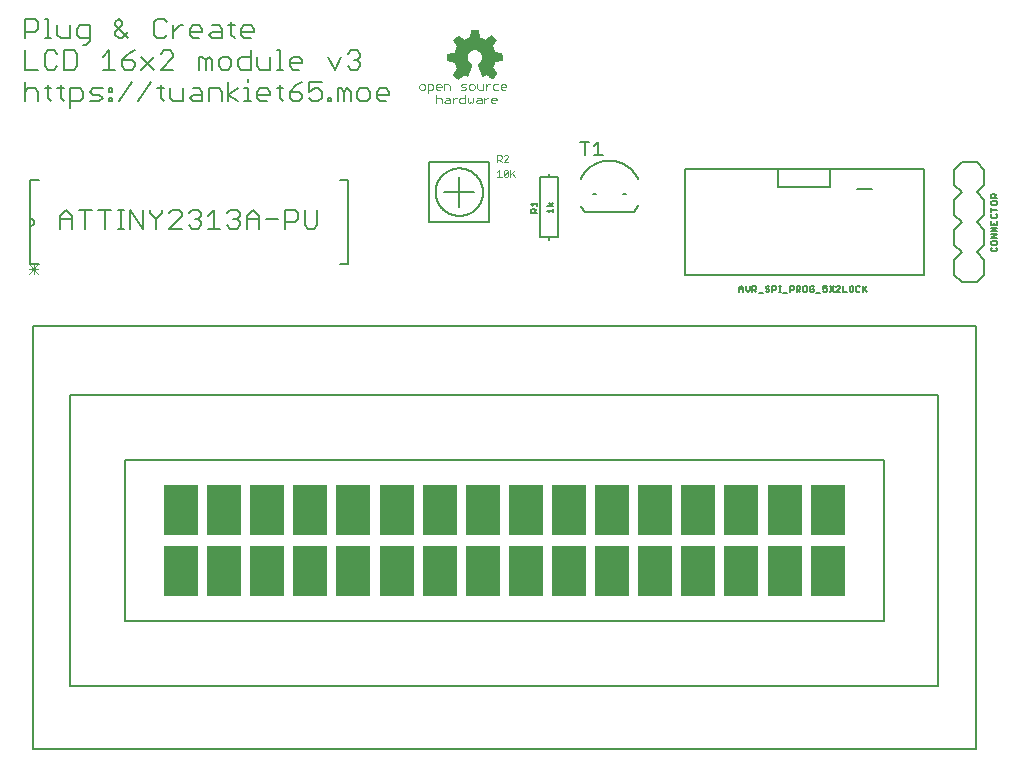
<source format=gto>
G75*
%MOIN*%
%OFA0B0*%
%FSLAX25Y25*%
%IPPOS*%
%LPD*%
%AMOC8*
5,1,8,0,0,1.08239X$1,22.5*
%
%ADD10C,0.00600*%
%ADD11C,0.00800*%
%ADD12C,0.00500*%
%ADD13C,0.00300*%
%ADD14C,0.00700*%
%ADD15C,0.00200*%
%ADD16R,0.11614X0.17126*%
D10*
X0018750Y0177750D02*
X0021550Y0177750D01*
X0018750Y0177750D02*
X0018750Y0190550D01*
X0018750Y0192950D01*
X0018750Y0205750D01*
X0021650Y0205750D01*
X0018750Y0192950D02*
X0018819Y0192948D01*
X0018887Y0192942D01*
X0018955Y0192932D01*
X0019022Y0192919D01*
X0019088Y0192901D01*
X0019153Y0192880D01*
X0019217Y0192855D01*
X0019279Y0192827D01*
X0019340Y0192795D01*
X0019399Y0192760D01*
X0019455Y0192721D01*
X0019510Y0192679D01*
X0019561Y0192634D01*
X0019611Y0192586D01*
X0019657Y0192536D01*
X0019700Y0192483D01*
X0019741Y0192427D01*
X0019778Y0192370D01*
X0019811Y0192310D01*
X0019842Y0192248D01*
X0019868Y0192185D01*
X0019891Y0192121D01*
X0019911Y0192055D01*
X0019926Y0191988D01*
X0019938Y0191921D01*
X0019946Y0191853D01*
X0019950Y0191784D01*
X0019950Y0191716D01*
X0019946Y0191647D01*
X0019938Y0191579D01*
X0019926Y0191512D01*
X0019911Y0191445D01*
X0019891Y0191379D01*
X0019868Y0191315D01*
X0019842Y0191252D01*
X0019811Y0191190D01*
X0019778Y0191130D01*
X0019741Y0191073D01*
X0019700Y0191017D01*
X0019657Y0190964D01*
X0019611Y0190914D01*
X0019561Y0190866D01*
X0019510Y0190821D01*
X0019455Y0190779D01*
X0019399Y0190740D01*
X0019340Y0190705D01*
X0019279Y0190673D01*
X0019217Y0190645D01*
X0019153Y0190620D01*
X0019088Y0190599D01*
X0019022Y0190581D01*
X0018955Y0190568D01*
X0018887Y0190558D01*
X0018819Y0190552D01*
X0018750Y0190550D01*
X0032089Y0229915D02*
X0032089Y0236320D01*
X0035292Y0236320D01*
X0036360Y0235253D01*
X0036360Y0233118D01*
X0035292Y0232050D01*
X0032089Y0232050D01*
X0029928Y0232050D02*
X0028860Y0233118D01*
X0028860Y0237388D01*
X0027792Y0236320D02*
X0029928Y0236320D01*
X0025631Y0236320D02*
X0023495Y0236320D01*
X0024563Y0237388D02*
X0024563Y0233118D01*
X0025631Y0232050D01*
X0021320Y0232050D02*
X0021320Y0235253D01*
X0020253Y0236320D01*
X0018118Y0236320D01*
X0017050Y0235253D01*
X0017050Y0238455D02*
X0017050Y0232050D01*
X0017050Y0242550D02*
X0021320Y0242550D01*
X0023495Y0243618D02*
X0024563Y0242550D01*
X0026698Y0242550D01*
X0027766Y0243618D01*
X0029941Y0242550D02*
X0033144Y0242550D01*
X0034211Y0243618D01*
X0034211Y0247888D01*
X0033144Y0248955D01*
X0029941Y0248955D01*
X0029941Y0242550D01*
X0027766Y0247888D02*
X0026698Y0248955D01*
X0024563Y0248955D01*
X0023495Y0247888D01*
X0023495Y0243618D01*
X0017050Y0242550D02*
X0017050Y0248955D01*
X0017050Y0253050D02*
X0017050Y0259455D01*
X0020253Y0259455D01*
X0021320Y0258388D01*
X0021320Y0256253D01*
X0020253Y0255185D01*
X0017050Y0255185D01*
X0023495Y0253050D02*
X0025631Y0253050D01*
X0024563Y0253050D02*
X0024563Y0259455D01*
X0023495Y0259455D01*
X0027792Y0257320D02*
X0027792Y0254118D01*
X0028860Y0253050D01*
X0032063Y0253050D01*
X0032063Y0257320D01*
X0034238Y0256253D02*
X0034238Y0254118D01*
X0035306Y0253050D01*
X0038508Y0253050D01*
X0038508Y0251982D02*
X0037441Y0250915D01*
X0036373Y0250915D01*
X0038508Y0251982D02*
X0038508Y0257320D01*
X0035306Y0257320D01*
X0034238Y0256253D01*
X0042832Y0246820D02*
X0044967Y0248955D01*
X0044967Y0242550D01*
X0042832Y0242550D02*
X0047102Y0242550D01*
X0049277Y0243618D02*
X0049277Y0245753D01*
X0052480Y0245753D01*
X0053548Y0244685D01*
X0053548Y0243618D01*
X0052480Y0242550D01*
X0050345Y0242550D01*
X0049277Y0243618D01*
X0049277Y0245753D02*
X0051413Y0247888D01*
X0053548Y0248955D01*
X0055723Y0246820D02*
X0059993Y0242550D01*
X0062168Y0242550D02*
X0066439Y0246820D01*
X0066439Y0247888D01*
X0065371Y0248955D01*
X0063236Y0248955D01*
X0062168Y0247888D01*
X0059993Y0246820D02*
X0055723Y0242550D01*
X0058919Y0238455D02*
X0054649Y0232050D01*
X0048203Y0232050D02*
X0052474Y0238455D01*
X0046048Y0236320D02*
X0046048Y0235253D01*
X0044980Y0235253D01*
X0044980Y0236320D01*
X0046048Y0236320D01*
X0042805Y0236320D02*
X0039603Y0236320D01*
X0038535Y0235253D01*
X0039603Y0234185D01*
X0041738Y0234185D01*
X0042805Y0233118D01*
X0041738Y0232050D01*
X0038535Y0232050D01*
X0044980Y0232050D02*
X0044980Y0233118D01*
X0046048Y0233118D01*
X0046048Y0232050D01*
X0044980Y0232050D01*
X0061094Y0236320D02*
X0063229Y0236320D01*
X0062162Y0237388D02*
X0062162Y0233118D01*
X0063229Y0232050D01*
X0065391Y0233118D02*
X0066459Y0232050D01*
X0069662Y0232050D01*
X0069662Y0236320D01*
X0072904Y0236320D02*
X0075039Y0236320D01*
X0076107Y0235253D01*
X0076107Y0232050D01*
X0072904Y0232050D01*
X0071837Y0233118D01*
X0072904Y0234185D01*
X0076107Y0234185D01*
X0078282Y0232050D02*
X0078282Y0236320D01*
X0081485Y0236320D01*
X0082553Y0235253D01*
X0082553Y0232050D01*
X0084728Y0232050D02*
X0084728Y0238455D01*
X0087930Y0236320D02*
X0084728Y0234185D01*
X0087930Y0232050D01*
X0090099Y0232050D02*
X0092234Y0232050D01*
X0091167Y0232050D02*
X0091167Y0236320D01*
X0090099Y0236320D01*
X0091167Y0238455D02*
X0091167Y0239523D01*
X0092221Y0242550D02*
X0089018Y0242550D01*
X0087950Y0243618D01*
X0087950Y0245753D01*
X0089018Y0246820D01*
X0092221Y0246820D01*
X0092221Y0248955D02*
X0092221Y0242550D01*
X0094396Y0243618D02*
X0094396Y0246820D01*
X0094396Y0243618D02*
X0095464Y0242550D01*
X0098666Y0242550D01*
X0098666Y0246820D01*
X0100841Y0248955D02*
X0101909Y0248955D01*
X0101909Y0242550D01*
X0100841Y0242550D02*
X0102977Y0242550D01*
X0105138Y0243618D02*
X0105138Y0245753D01*
X0106206Y0246820D01*
X0108341Y0246820D01*
X0109409Y0245753D01*
X0109409Y0244685D01*
X0105138Y0244685D01*
X0105138Y0243618D02*
X0106206Y0242550D01*
X0108341Y0242550D01*
X0109409Y0238455D02*
X0107274Y0237388D01*
X0105138Y0235253D01*
X0108341Y0235253D01*
X0109409Y0234185D01*
X0109409Y0233118D01*
X0108341Y0232050D01*
X0106206Y0232050D01*
X0105138Y0233118D01*
X0105138Y0235253D01*
X0102977Y0236320D02*
X0100841Y0236320D01*
X0101909Y0237388D02*
X0101909Y0233118D01*
X0102977Y0232050D01*
X0098666Y0234185D02*
X0094396Y0234185D01*
X0094396Y0233118D02*
X0094396Y0235253D01*
X0095464Y0236320D01*
X0097599Y0236320D01*
X0098666Y0235253D01*
X0098666Y0234185D01*
X0097599Y0232050D02*
X0095464Y0232050D01*
X0094396Y0233118D01*
X0084708Y0242550D02*
X0082573Y0242550D01*
X0081505Y0243618D01*
X0081505Y0245753D01*
X0082573Y0246820D01*
X0084708Y0246820D01*
X0085775Y0245753D01*
X0085775Y0243618D01*
X0084708Y0242550D01*
X0079330Y0242550D02*
X0079330Y0245753D01*
X0078262Y0246820D01*
X0077195Y0245753D01*
X0077195Y0242550D01*
X0075059Y0242550D02*
X0075059Y0246820D01*
X0076127Y0246820D01*
X0077195Y0245753D01*
X0079350Y0253050D02*
X0078282Y0254118D01*
X0079350Y0255185D01*
X0082553Y0255185D01*
X0082553Y0256253D02*
X0082553Y0253050D01*
X0079350Y0253050D01*
X0076107Y0255185D02*
X0071837Y0255185D01*
X0071837Y0254118D02*
X0071837Y0256253D01*
X0072904Y0257320D01*
X0075039Y0257320D01*
X0076107Y0256253D01*
X0076107Y0255185D01*
X0075039Y0253050D02*
X0072904Y0253050D01*
X0071837Y0254118D01*
X0069668Y0257320D02*
X0068601Y0257320D01*
X0066465Y0255185D01*
X0066465Y0253050D02*
X0066465Y0257320D01*
X0064290Y0258388D02*
X0063223Y0259455D01*
X0061088Y0259455D01*
X0060020Y0258388D01*
X0060020Y0254118D01*
X0061088Y0253050D01*
X0063223Y0253050D01*
X0064290Y0254118D01*
X0062168Y0242550D02*
X0066439Y0242550D01*
X0065391Y0236320D02*
X0065391Y0233118D01*
X0051399Y0253050D02*
X0047129Y0257320D01*
X0047129Y0258388D01*
X0048197Y0259455D01*
X0049264Y0258388D01*
X0049264Y0257320D01*
X0047129Y0255185D01*
X0047129Y0254118D01*
X0048197Y0253050D01*
X0049264Y0253050D01*
X0051399Y0255185D01*
X0079350Y0257320D02*
X0081485Y0257320D01*
X0082553Y0256253D01*
X0084728Y0257320D02*
X0086863Y0257320D01*
X0085795Y0258388D02*
X0085795Y0254118D01*
X0086863Y0253050D01*
X0089025Y0254118D02*
X0089025Y0256253D01*
X0090092Y0257320D01*
X0092227Y0257320D01*
X0093295Y0256253D01*
X0093295Y0255185D01*
X0089025Y0255185D01*
X0089025Y0254118D02*
X0090092Y0253050D01*
X0092227Y0253050D01*
X0111584Y0238455D02*
X0111584Y0235253D01*
X0113719Y0236320D01*
X0114787Y0236320D01*
X0115854Y0235253D01*
X0115854Y0233118D01*
X0114787Y0232050D01*
X0112652Y0232050D01*
X0111584Y0233118D01*
X0118029Y0233118D02*
X0119097Y0233118D01*
X0119097Y0232050D01*
X0118029Y0232050D01*
X0118029Y0233118D01*
X0121252Y0232050D02*
X0121252Y0236320D01*
X0122320Y0236320D01*
X0123387Y0235253D01*
X0124455Y0236320D01*
X0125523Y0235253D01*
X0125523Y0232050D01*
X0123387Y0232050D02*
X0123387Y0235253D01*
X0127698Y0235253D02*
X0127698Y0233118D01*
X0128765Y0232050D01*
X0130900Y0232050D01*
X0131968Y0233118D01*
X0131968Y0235253D01*
X0130900Y0236320D01*
X0128765Y0236320D01*
X0127698Y0235253D01*
X0134143Y0235253D02*
X0134143Y0233118D01*
X0135211Y0232050D01*
X0137346Y0232050D01*
X0138414Y0234185D02*
X0134143Y0234185D01*
X0134143Y0235253D02*
X0135211Y0236320D01*
X0137346Y0236320D01*
X0138414Y0235253D01*
X0138414Y0234185D01*
X0128745Y0243618D02*
X0127678Y0242550D01*
X0125543Y0242550D01*
X0124475Y0243618D01*
X0126610Y0245753D02*
X0127678Y0245753D01*
X0128745Y0244685D01*
X0128745Y0243618D01*
X0127678Y0245753D02*
X0128745Y0246820D01*
X0128745Y0247888D01*
X0127678Y0248955D01*
X0125543Y0248955D01*
X0124475Y0247888D01*
X0122300Y0246820D02*
X0120165Y0242550D01*
X0118029Y0246820D01*
X0115854Y0238455D02*
X0111584Y0238455D01*
X0121850Y0205750D02*
X0124750Y0205750D01*
X0124750Y0177750D01*
X0121850Y0177750D01*
D11*
X0019663Y0157222D02*
X0019663Y0016278D01*
X0333837Y0016278D01*
X0333837Y0157222D01*
X0019663Y0157222D01*
X0032065Y0133994D02*
X0032065Y0037144D01*
X0321435Y0037144D01*
X0321435Y0133994D01*
X0032065Y0133994D01*
X0050175Y0112341D02*
X0050175Y0058797D01*
X0303325Y0058797D01*
X0303325Y0112341D01*
X0050175Y0112341D01*
X0188750Y0186750D02*
X0191750Y0186750D01*
X0191750Y0185750D01*
X0191750Y0186750D02*
X0194750Y0186750D01*
X0194750Y0206750D01*
X0191750Y0206750D01*
X0191750Y0207750D01*
X0191750Y0206750D02*
X0188750Y0206750D01*
X0188750Y0186750D01*
X0236986Y0174033D02*
X0236986Y0209467D01*
X0268089Y0209467D01*
X0268089Y0203561D01*
X0285411Y0203561D01*
X0285411Y0209467D01*
X0316514Y0209467D01*
X0316514Y0174427D01*
X0316514Y0174033D02*
X0236986Y0174033D01*
X0268089Y0209467D02*
X0285411Y0209467D01*
X0294250Y0202675D02*
X0299250Y0202675D01*
X0326750Y0204250D02*
X0329250Y0201750D01*
X0326750Y0199250D01*
X0326750Y0194250D01*
X0329250Y0191750D01*
X0326750Y0189250D01*
X0326750Y0184250D01*
X0329250Y0181750D01*
X0326750Y0179250D01*
X0326750Y0174250D01*
X0329250Y0171750D01*
X0334250Y0171750D01*
X0336750Y0174250D01*
X0336750Y0179250D01*
X0334250Y0181750D01*
X0336750Y0184250D01*
X0336750Y0189250D01*
X0334250Y0191750D01*
X0336750Y0194250D01*
X0336750Y0199250D01*
X0334250Y0201750D01*
X0336750Y0204250D01*
X0336750Y0209250D01*
X0334250Y0211750D01*
X0329250Y0211750D01*
X0326750Y0209250D01*
X0326750Y0204250D01*
D12*
X0339098Y0200630D02*
X0339415Y0200947D01*
X0340049Y0200947D01*
X0340366Y0200630D01*
X0340366Y0199679D01*
X0340366Y0200313D02*
X0341000Y0200947D01*
X0341000Y0199679D02*
X0339098Y0199679D01*
X0339098Y0200630D01*
X0339415Y0198737D02*
X0339098Y0198420D01*
X0339098Y0197786D01*
X0339415Y0197469D01*
X0340683Y0197469D01*
X0341000Y0197786D01*
X0341000Y0198420D01*
X0340683Y0198737D01*
X0339415Y0198737D01*
X0339098Y0196527D02*
X0339098Y0195259D01*
X0339098Y0195893D02*
X0341000Y0195893D01*
X0340683Y0194317D02*
X0341000Y0194000D01*
X0341000Y0193366D01*
X0340683Y0193049D01*
X0339415Y0193049D01*
X0339098Y0193366D01*
X0339098Y0194000D01*
X0339415Y0194317D01*
X0339098Y0192107D02*
X0339098Y0190840D01*
X0341000Y0190840D01*
X0341000Y0192107D01*
X0340049Y0191473D02*
X0340049Y0190840D01*
X0341000Y0189897D02*
X0339098Y0189897D01*
X0339098Y0188630D02*
X0341000Y0189897D01*
X0341000Y0188630D02*
X0339098Y0188630D01*
X0339098Y0187687D02*
X0341000Y0187687D01*
X0339098Y0186420D01*
X0341000Y0186420D01*
X0340683Y0185478D02*
X0339415Y0185478D01*
X0339098Y0185161D01*
X0339098Y0184527D01*
X0339415Y0184210D01*
X0340683Y0184210D01*
X0341000Y0184527D01*
X0341000Y0185161D01*
X0340683Y0185478D01*
X0340683Y0183268D02*
X0341000Y0182951D01*
X0341000Y0182317D01*
X0340683Y0182000D01*
X0339415Y0182000D01*
X0339098Y0182317D01*
X0339098Y0182951D01*
X0339415Y0183268D01*
X0297519Y0170402D02*
X0296251Y0169134D01*
X0296568Y0169451D02*
X0297519Y0168500D01*
X0296251Y0168500D02*
X0296251Y0170402D01*
X0295309Y0170085D02*
X0294992Y0170402D01*
X0294358Y0170402D01*
X0294041Y0170085D01*
X0294041Y0168817D01*
X0294358Y0168500D01*
X0294992Y0168500D01*
X0295309Y0168817D01*
X0293099Y0168817D02*
X0293099Y0170085D01*
X0292782Y0170402D01*
X0292148Y0170402D01*
X0291831Y0170085D01*
X0291831Y0168817D01*
X0292148Y0168500D01*
X0292782Y0168500D01*
X0293099Y0168817D01*
X0290889Y0168500D02*
X0289621Y0168500D01*
X0289621Y0170402D01*
X0288679Y0170085D02*
X0288362Y0170402D01*
X0287728Y0170402D01*
X0287412Y0170085D01*
X0286469Y0170402D02*
X0285202Y0168500D01*
X0284260Y0168817D02*
X0283943Y0168500D01*
X0283309Y0168500D01*
X0282992Y0168817D01*
X0282992Y0169451D02*
X0283626Y0169768D01*
X0283943Y0169768D01*
X0284260Y0169451D01*
X0284260Y0168817D01*
X0282992Y0169451D02*
X0282992Y0170402D01*
X0284260Y0170402D01*
X0285202Y0170402D02*
X0286469Y0168500D01*
X0287412Y0168500D02*
X0288679Y0169768D01*
X0288679Y0170085D01*
X0288679Y0168500D02*
X0287412Y0168500D01*
X0282050Y0168183D02*
X0280782Y0168183D01*
X0279840Y0168817D02*
X0279840Y0169451D01*
X0279206Y0169451D01*
X0279840Y0170085D02*
X0279523Y0170402D01*
X0278889Y0170402D01*
X0278572Y0170085D01*
X0278572Y0168817D01*
X0278889Y0168500D01*
X0279523Y0168500D01*
X0279840Y0168817D01*
X0277630Y0168817D02*
X0277630Y0170085D01*
X0277313Y0170402D01*
X0276679Y0170402D01*
X0276362Y0170085D01*
X0276362Y0168817D01*
X0276679Y0168500D01*
X0277313Y0168500D01*
X0277630Y0168817D01*
X0275420Y0168500D02*
X0274786Y0169134D01*
X0275103Y0169134D02*
X0274152Y0169134D01*
X0274152Y0168500D02*
X0274152Y0170402D01*
X0275103Y0170402D01*
X0275420Y0170085D01*
X0275420Y0169451D01*
X0275103Y0169134D01*
X0273210Y0169451D02*
X0272893Y0169134D01*
X0271942Y0169134D01*
X0271942Y0168500D02*
X0271942Y0170402D01*
X0272893Y0170402D01*
X0273210Y0170085D01*
X0273210Y0169451D01*
X0271000Y0168183D02*
X0269733Y0168183D01*
X0268893Y0168500D02*
X0268259Y0168500D01*
X0268576Y0168500D02*
X0268576Y0170402D01*
X0268259Y0170402D02*
X0268893Y0170402D01*
X0267317Y0170085D02*
X0267317Y0169451D01*
X0267000Y0169134D01*
X0266049Y0169134D01*
X0266049Y0168500D02*
X0266049Y0170402D01*
X0267000Y0170402D01*
X0267317Y0170085D01*
X0265107Y0170085D02*
X0264790Y0170402D01*
X0264156Y0170402D01*
X0263840Y0170085D01*
X0263840Y0169768D01*
X0264156Y0169451D01*
X0264790Y0169451D01*
X0265107Y0169134D01*
X0265107Y0168817D01*
X0264790Y0168500D01*
X0264156Y0168500D01*
X0263840Y0168817D01*
X0262897Y0168183D02*
X0261630Y0168183D01*
X0260687Y0168500D02*
X0260054Y0169134D01*
X0260371Y0169134D02*
X0259420Y0169134D01*
X0259420Y0168500D02*
X0259420Y0170402D01*
X0260371Y0170402D01*
X0260687Y0170085D01*
X0260687Y0169451D01*
X0260371Y0169134D01*
X0258478Y0169134D02*
X0258478Y0170402D01*
X0257210Y0170402D02*
X0257210Y0169134D01*
X0257844Y0168500D01*
X0258478Y0169134D01*
X0256268Y0169451D02*
X0255000Y0169451D01*
X0255000Y0169768D02*
X0255634Y0170402D01*
X0256268Y0169768D01*
X0256268Y0168500D01*
X0255000Y0168500D02*
X0255000Y0169768D01*
X0219998Y0195250D02*
X0203502Y0195250D01*
X0206222Y0201250D02*
X0207278Y0201250D01*
X0202248Y0197278D02*
X0202352Y0197063D01*
X0202461Y0196850D01*
X0202575Y0196640D01*
X0202694Y0196433D01*
X0202817Y0196228D01*
X0202945Y0196026D01*
X0203078Y0195827D01*
X0203215Y0195632D01*
X0203356Y0195439D01*
X0203502Y0195250D01*
X0202250Y0206222D02*
X0202362Y0206452D01*
X0202479Y0206679D01*
X0202601Y0206903D01*
X0202729Y0207124D01*
X0202863Y0207341D01*
X0203001Y0207556D01*
X0203145Y0207767D01*
X0203294Y0207974D01*
X0203448Y0208178D01*
X0203606Y0208378D01*
X0203770Y0208574D01*
X0203938Y0208766D01*
X0204111Y0208954D01*
X0204289Y0209138D01*
X0204470Y0209317D01*
X0204657Y0209492D01*
X0204847Y0209662D01*
X0205041Y0209827D01*
X0205240Y0209988D01*
X0205442Y0210144D01*
X0205648Y0210295D01*
X0205858Y0210441D01*
X0206071Y0210581D01*
X0206287Y0210717D01*
X0206507Y0210847D01*
X0206730Y0210972D01*
X0206955Y0211091D01*
X0207184Y0211205D01*
X0207415Y0211313D01*
X0207649Y0211416D01*
X0207885Y0211513D01*
X0208124Y0211604D01*
X0208364Y0211689D01*
X0208607Y0211769D01*
X0208852Y0211842D01*
X0209098Y0211910D01*
X0209346Y0211971D01*
X0209595Y0212026D01*
X0209845Y0212076D01*
X0210097Y0212119D01*
X0210350Y0212156D01*
X0210603Y0212187D01*
X0210857Y0212212D01*
X0211112Y0212231D01*
X0211367Y0212243D01*
X0211622Y0212249D01*
X0211878Y0212249D01*
X0212133Y0212243D01*
X0212388Y0212231D01*
X0212643Y0212212D01*
X0212897Y0212187D01*
X0213150Y0212156D01*
X0213403Y0212119D01*
X0213655Y0212076D01*
X0213905Y0212026D01*
X0214154Y0211971D01*
X0214402Y0211910D01*
X0214648Y0211842D01*
X0214893Y0211769D01*
X0215136Y0211689D01*
X0215376Y0211604D01*
X0215615Y0211513D01*
X0215851Y0211416D01*
X0216085Y0211313D01*
X0216316Y0211205D01*
X0216545Y0211091D01*
X0216770Y0210972D01*
X0216993Y0210847D01*
X0217213Y0210717D01*
X0217429Y0210581D01*
X0217642Y0210441D01*
X0217852Y0210295D01*
X0218058Y0210144D01*
X0218260Y0209988D01*
X0218459Y0209827D01*
X0218653Y0209662D01*
X0218843Y0209492D01*
X0219030Y0209317D01*
X0219211Y0209138D01*
X0219389Y0208954D01*
X0219562Y0208766D01*
X0219730Y0208574D01*
X0219894Y0208378D01*
X0220052Y0208178D01*
X0220206Y0207974D01*
X0220355Y0207767D01*
X0220499Y0207556D01*
X0220637Y0207341D01*
X0220771Y0207124D01*
X0220899Y0206903D01*
X0221021Y0206679D01*
X0221138Y0206452D01*
X0221250Y0206222D01*
X0217278Y0201250D02*
X0216222Y0201250D01*
X0221296Y0197372D02*
X0221189Y0197147D01*
X0221077Y0196924D01*
X0220960Y0196704D01*
X0220838Y0196487D01*
X0220710Y0196272D01*
X0220577Y0196061D01*
X0220440Y0195853D01*
X0220297Y0195649D01*
X0220150Y0195447D01*
X0219998Y0195250D01*
X0209606Y0214000D02*
X0206604Y0214000D01*
X0208105Y0214000D02*
X0208105Y0218504D01*
X0206604Y0217003D01*
X0205003Y0218504D02*
X0202000Y0218504D01*
X0203501Y0218504D02*
X0203501Y0214000D01*
X0192900Y0198135D02*
X0192266Y0197184D01*
X0191632Y0198135D01*
X0190998Y0197184D02*
X0192900Y0197184D01*
X0192900Y0196242D02*
X0192900Y0194974D01*
X0192900Y0195608D02*
X0190998Y0195608D01*
X0191632Y0194974D01*
X0187500Y0194790D02*
X0185598Y0194790D01*
X0185598Y0195741D01*
X0185915Y0196058D01*
X0186549Y0196058D01*
X0186866Y0195741D01*
X0186866Y0194790D01*
X0186866Y0195424D02*
X0187500Y0196058D01*
X0187500Y0197000D02*
X0187500Y0198268D01*
X0187500Y0197634D02*
X0185598Y0197634D01*
X0186232Y0197000D01*
X0171750Y0191750D02*
X0171750Y0211750D01*
X0151750Y0211750D01*
X0151750Y0191750D01*
X0171750Y0191750D01*
X0161750Y0196750D02*
X0161750Y0201750D01*
X0153844Y0201750D02*
X0153846Y0201944D01*
X0153854Y0202138D01*
X0153865Y0202332D01*
X0153882Y0202525D01*
X0153903Y0202718D01*
X0153930Y0202910D01*
X0153960Y0203102D01*
X0153996Y0203292D01*
X0154036Y0203482D01*
X0154081Y0203671D01*
X0154130Y0203859D01*
X0154184Y0204045D01*
X0154243Y0204230D01*
X0154306Y0204413D01*
X0154374Y0204595D01*
X0154446Y0204775D01*
X0154522Y0204954D01*
X0154603Y0205130D01*
X0154688Y0205305D01*
X0154778Y0205477D01*
X0154871Y0205647D01*
X0154969Y0205814D01*
X0155071Y0205980D01*
X0155176Y0206142D01*
X0155286Y0206302D01*
X0155400Y0206460D01*
X0155517Y0206614D01*
X0155639Y0206766D01*
X0155764Y0206914D01*
X0155892Y0207059D01*
X0156024Y0207202D01*
X0156160Y0207340D01*
X0156298Y0207476D01*
X0156441Y0207608D01*
X0156586Y0207736D01*
X0156734Y0207861D01*
X0156886Y0207983D01*
X0157040Y0208100D01*
X0157198Y0208214D01*
X0157358Y0208324D01*
X0157520Y0208429D01*
X0157686Y0208531D01*
X0157853Y0208629D01*
X0158023Y0208722D01*
X0158195Y0208812D01*
X0158370Y0208897D01*
X0158546Y0208978D01*
X0158725Y0209054D01*
X0158905Y0209126D01*
X0159087Y0209194D01*
X0159270Y0209257D01*
X0159455Y0209316D01*
X0159641Y0209370D01*
X0159829Y0209419D01*
X0160018Y0209464D01*
X0160208Y0209504D01*
X0160398Y0209540D01*
X0160590Y0209570D01*
X0160782Y0209597D01*
X0160975Y0209618D01*
X0161168Y0209635D01*
X0161362Y0209646D01*
X0161556Y0209654D01*
X0161750Y0209656D01*
X0161944Y0209654D01*
X0162138Y0209646D01*
X0162332Y0209635D01*
X0162525Y0209618D01*
X0162718Y0209597D01*
X0162910Y0209570D01*
X0163102Y0209540D01*
X0163292Y0209504D01*
X0163482Y0209464D01*
X0163671Y0209419D01*
X0163859Y0209370D01*
X0164045Y0209316D01*
X0164230Y0209257D01*
X0164413Y0209194D01*
X0164595Y0209126D01*
X0164775Y0209054D01*
X0164954Y0208978D01*
X0165130Y0208897D01*
X0165305Y0208812D01*
X0165477Y0208722D01*
X0165647Y0208629D01*
X0165814Y0208531D01*
X0165980Y0208429D01*
X0166142Y0208324D01*
X0166302Y0208214D01*
X0166460Y0208100D01*
X0166614Y0207983D01*
X0166766Y0207861D01*
X0166914Y0207736D01*
X0167059Y0207608D01*
X0167202Y0207476D01*
X0167340Y0207340D01*
X0167476Y0207202D01*
X0167608Y0207059D01*
X0167736Y0206914D01*
X0167861Y0206766D01*
X0167983Y0206614D01*
X0168100Y0206460D01*
X0168214Y0206302D01*
X0168324Y0206142D01*
X0168429Y0205980D01*
X0168531Y0205814D01*
X0168629Y0205647D01*
X0168722Y0205477D01*
X0168812Y0205305D01*
X0168897Y0205130D01*
X0168978Y0204954D01*
X0169054Y0204775D01*
X0169126Y0204595D01*
X0169194Y0204413D01*
X0169257Y0204230D01*
X0169316Y0204045D01*
X0169370Y0203859D01*
X0169419Y0203671D01*
X0169464Y0203482D01*
X0169504Y0203292D01*
X0169540Y0203102D01*
X0169570Y0202910D01*
X0169597Y0202718D01*
X0169618Y0202525D01*
X0169635Y0202332D01*
X0169646Y0202138D01*
X0169654Y0201944D01*
X0169656Y0201750D01*
X0169654Y0201556D01*
X0169646Y0201362D01*
X0169635Y0201168D01*
X0169618Y0200975D01*
X0169597Y0200782D01*
X0169570Y0200590D01*
X0169540Y0200398D01*
X0169504Y0200208D01*
X0169464Y0200018D01*
X0169419Y0199829D01*
X0169370Y0199641D01*
X0169316Y0199455D01*
X0169257Y0199270D01*
X0169194Y0199087D01*
X0169126Y0198905D01*
X0169054Y0198725D01*
X0168978Y0198546D01*
X0168897Y0198370D01*
X0168812Y0198195D01*
X0168722Y0198023D01*
X0168629Y0197853D01*
X0168531Y0197686D01*
X0168429Y0197520D01*
X0168324Y0197358D01*
X0168214Y0197198D01*
X0168100Y0197040D01*
X0167983Y0196886D01*
X0167861Y0196734D01*
X0167736Y0196586D01*
X0167608Y0196441D01*
X0167476Y0196298D01*
X0167340Y0196160D01*
X0167202Y0196024D01*
X0167059Y0195892D01*
X0166914Y0195764D01*
X0166766Y0195639D01*
X0166614Y0195517D01*
X0166460Y0195400D01*
X0166302Y0195286D01*
X0166142Y0195176D01*
X0165980Y0195071D01*
X0165814Y0194969D01*
X0165647Y0194871D01*
X0165477Y0194778D01*
X0165305Y0194688D01*
X0165130Y0194603D01*
X0164954Y0194522D01*
X0164775Y0194446D01*
X0164595Y0194374D01*
X0164413Y0194306D01*
X0164230Y0194243D01*
X0164045Y0194184D01*
X0163859Y0194130D01*
X0163671Y0194081D01*
X0163482Y0194036D01*
X0163292Y0193996D01*
X0163102Y0193960D01*
X0162910Y0193930D01*
X0162718Y0193903D01*
X0162525Y0193882D01*
X0162332Y0193865D01*
X0162138Y0193854D01*
X0161944Y0193846D01*
X0161750Y0193844D01*
X0161556Y0193846D01*
X0161362Y0193854D01*
X0161168Y0193865D01*
X0160975Y0193882D01*
X0160782Y0193903D01*
X0160590Y0193930D01*
X0160398Y0193960D01*
X0160208Y0193996D01*
X0160018Y0194036D01*
X0159829Y0194081D01*
X0159641Y0194130D01*
X0159455Y0194184D01*
X0159270Y0194243D01*
X0159087Y0194306D01*
X0158905Y0194374D01*
X0158725Y0194446D01*
X0158546Y0194522D01*
X0158370Y0194603D01*
X0158195Y0194688D01*
X0158023Y0194778D01*
X0157853Y0194871D01*
X0157686Y0194969D01*
X0157520Y0195071D01*
X0157358Y0195176D01*
X0157198Y0195286D01*
X0157040Y0195400D01*
X0156886Y0195517D01*
X0156734Y0195639D01*
X0156586Y0195764D01*
X0156441Y0195892D01*
X0156298Y0196024D01*
X0156160Y0196160D01*
X0156024Y0196298D01*
X0155892Y0196441D01*
X0155764Y0196586D01*
X0155639Y0196734D01*
X0155517Y0196886D01*
X0155400Y0197040D01*
X0155286Y0197198D01*
X0155176Y0197358D01*
X0155071Y0197520D01*
X0154969Y0197686D01*
X0154871Y0197853D01*
X0154778Y0198023D01*
X0154688Y0198195D01*
X0154603Y0198370D01*
X0154522Y0198546D01*
X0154446Y0198725D01*
X0154374Y0198905D01*
X0154306Y0199087D01*
X0154243Y0199270D01*
X0154184Y0199455D01*
X0154130Y0199641D01*
X0154081Y0199829D01*
X0154036Y0200018D01*
X0153996Y0200208D01*
X0153960Y0200398D01*
X0153930Y0200590D01*
X0153903Y0200782D01*
X0153882Y0200975D01*
X0153865Y0201168D01*
X0153854Y0201362D01*
X0153846Y0201556D01*
X0153844Y0201750D01*
X0156750Y0201750D02*
X0161750Y0201750D01*
X0166750Y0201750D01*
X0161750Y0201750D02*
X0161750Y0206750D01*
D13*
X0021416Y0177736D02*
X0018280Y0174600D01*
X0018280Y0176168D02*
X0021416Y0176168D01*
X0021416Y0174600D02*
X0018280Y0177736D01*
X0019848Y0177736D02*
X0019848Y0174600D01*
D14*
X0028500Y0189600D02*
X0028500Y0193804D01*
X0030602Y0195905D01*
X0032704Y0193804D01*
X0032704Y0189600D01*
X0032704Y0192753D02*
X0028500Y0192753D01*
X0034945Y0195905D02*
X0039149Y0195905D01*
X0037047Y0195905D02*
X0037047Y0189600D01*
X0043493Y0189600D02*
X0043493Y0195905D01*
X0041391Y0195905D02*
X0045595Y0195905D01*
X0047836Y0195905D02*
X0049938Y0195905D01*
X0048887Y0195905D02*
X0048887Y0189600D01*
X0047836Y0189600D02*
X0049938Y0189600D01*
X0052133Y0189600D02*
X0052133Y0195905D01*
X0056337Y0189600D01*
X0056337Y0195905D01*
X0058579Y0195905D02*
X0058579Y0194854D01*
X0060681Y0192753D01*
X0060681Y0189600D01*
X0060681Y0192753D02*
X0062783Y0194854D01*
X0062783Y0195905D01*
X0065024Y0194854D02*
X0066075Y0195905D01*
X0068177Y0195905D01*
X0069228Y0194854D01*
X0069228Y0193804D01*
X0065024Y0189600D01*
X0069228Y0189600D01*
X0071470Y0190651D02*
X0072521Y0189600D01*
X0074623Y0189600D01*
X0075674Y0190651D01*
X0075674Y0191702D01*
X0074623Y0192753D01*
X0073572Y0192753D01*
X0074623Y0192753D02*
X0075674Y0193804D01*
X0075674Y0194854D01*
X0074623Y0195905D01*
X0072521Y0195905D01*
X0071470Y0194854D01*
X0077915Y0193804D02*
X0080017Y0195905D01*
X0080017Y0189600D01*
X0077915Y0189600D02*
X0082119Y0189600D01*
X0084361Y0190651D02*
X0085412Y0189600D01*
X0087514Y0189600D01*
X0088565Y0190651D01*
X0088565Y0191702D01*
X0087514Y0192753D01*
X0086463Y0192753D01*
X0087514Y0192753D02*
X0088565Y0193804D01*
X0088565Y0194854D01*
X0087514Y0195905D01*
X0085412Y0195905D01*
X0084361Y0194854D01*
X0090806Y0193804D02*
X0090806Y0189600D01*
X0090806Y0192753D02*
X0095010Y0192753D01*
X0095010Y0193804D02*
X0092908Y0195905D01*
X0090806Y0193804D01*
X0095010Y0193804D02*
X0095010Y0189600D01*
X0097252Y0192753D02*
X0101456Y0192753D01*
X0103697Y0191702D02*
X0106850Y0191702D01*
X0107901Y0192753D01*
X0107901Y0194854D01*
X0106850Y0195905D01*
X0103697Y0195905D01*
X0103697Y0189600D01*
X0110143Y0190651D02*
X0110143Y0195905D01*
X0114347Y0195905D02*
X0114347Y0190651D01*
X0113296Y0189600D01*
X0111194Y0189600D01*
X0110143Y0190651D01*
D15*
X0153949Y0231350D02*
X0153949Y0234152D01*
X0154416Y0233218D02*
X0155350Y0233218D01*
X0155817Y0232751D01*
X0155817Y0231350D01*
X0156711Y0231817D02*
X0157179Y0232284D01*
X0158580Y0232284D01*
X0158580Y0232751D02*
X0158580Y0231350D01*
X0157179Y0231350D01*
X0156711Y0231817D01*
X0157179Y0233218D02*
X0158113Y0233218D01*
X0158580Y0232751D01*
X0159474Y0232284D02*
X0160408Y0233218D01*
X0160875Y0233218D01*
X0161776Y0232751D02*
X0162243Y0233218D01*
X0163644Y0233218D01*
X0164538Y0233218D02*
X0164538Y0231817D01*
X0165005Y0231350D01*
X0165472Y0231817D01*
X0165939Y0231350D01*
X0166406Y0231817D01*
X0166406Y0233218D01*
X0167768Y0233218D02*
X0168702Y0233218D01*
X0169169Y0232751D01*
X0169169Y0231350D01*
X0167768Y0231350D01*
X0167301Y0231817D01*
X0167768Y0232284D01*
X0169169Y0232284D01*
X0170063Y0232284D02*
X0170997Y0233218D01*
X0171464Y0233218D01*
X0172365Y0232751D02*
X0172832Y0233218D01*
X0173766Y0233218D01*
X0174233Y0232751D01*
X0174233Y0232284D01*
X0172365Y0232284D01*
X0172365Y0231817D02*
X0172365Y0232751D01*
X0172365Y0231817D02*
X0172832Y0231350D01*
X0173766Y0231350D01*
X0170063Y0231350D02*
X0170063Y0233218D01*
X0169629Y0235850D02*
X0169629Y0237718D01*
X0170523Y0237718D02*
X0170523Y0235850D01*
X0169629Y0235850D02*
X0168228Y0235850D01*
X0167761Y0236317D01*
X0167761Y0237718D01*
X0166867Y0237251D02*
X0166400Y0237718D01*
X0165466Y0237718D01*
X0164999Y0237251D01*
X0164999Y0236317D01*
X0165466Y0235850D01*
X0166400Y0235850D01*
X0166867Y0236317D01*
X0166867Y0237251D01*
X0164104Y0237718D02*
X0162703Y0237718D01*
X0162236Y0237251D01*
X0162703Y0236784D01*
X0163637Y0236784D01*
X0164104Y0236317D01*
X0163637Y0235850D01*
X0162236Y0235850D01*
X0163644Y0234152D02*
X0163644Y0231350D01*
X0162243Y0231350D01*
X0161776Y0231817D01*
X0161776Y0232751D01*
X0159474Y0233218D02*
X0159474Y0231350D01*
X0158580Y0235850D02*
X0158580Y0237251D01*
X0158113Y0237718D01*
X0156711Y0237718D01*
X0156711Y0235850D01*
X0155817Y0236784D02*
X0153949Y0236784D01*
X0153949Y0236317D02*
X0153949Y0237251D01*
X0154416Y0237718D01*
X0155350Y0237718D01*
X0155817Y0237251D01*
X0155817Y0236784D01*
X0155350Y0235850D02*
X0154416Y0235850D01*
X0153949Y0236317D01*
X0153055Y0236317D02*
X0152588Y0235850D01*
X0151187Y0235850D01*
X0151187Y0234916D02*
X0151187Y0237718D01*
X0152588Y0237718D01*
X0153055Y0237251D01*
X0153055Y0236317D01*
X0150293Y0236317D02*
X0150293Y0237251D01*
X0149826Y0237718D01*
X0148891Y0237718D01*
X0148424Y0237251D01*
X0148424Y0236317D01*
X0148891Y0235850D01*
X0149826Y0235850D01*
X0150293Y0236317D01*
X0153949Y0232751D02*
X0154416Y0233218D01*
X0160596Y0240075D02*
X0161969Y0240075D01*
X0161679Y0239877D02*
X0160820Y0239877D01*
X0160850Y0239850D02*
X0161200Y0239550D01*
X0163250Y0240950D01*
X0164400Y0240350D01*
X0165800Y0244350D01*
X0165303Y0244599D01*
X0164871Y0244948D01*
X0164523Y0245382D01*
X0164276Y0245880D01*
X0164142Y0246420D01*
X0164127Y0246975D01*
X0164230Y0247521D01*
X0164449Y0248033D01*
X0164771Y0248485D01*
X0165184Y0248858D01*
X0165666Y0249134D01*
X0166196Y0249301D01*
X0166750Y0249350D01*
X0167286Y0249284D01*
X0167797Y0249111D01*
X0168262Y0248836D01*
X0168661Y0248473D01*
X0168977Y0248036D01*
X0169198Y0247544D01*
X0169314Y0247017D01*
X0169320Y0246477D01*
X0169216Y0245948D01*
X0169006Y0245450D01*
X0168700Y0245007D01*
X0168309Y0244635D01*
X0167850Y0244350D01*
X0169400Y0240450D01*
X0170000Y0240700D01*
X0170600Y0241100D01*
X0172600Y0239700D01*
X0173000Y0240050D01*
X0173350Y0240400D01*
X0173750Y0240850D01*
X0174100Y0241300D01*
X0172650Y0243400D01*
X0173000Y0244000D01*
X0173200Y0244600D01*
X0173400Y0245400D01*
X0175850Y0245850D01*
X0175850Y0247000D01*
X0175800Y0247550D01*
X0175750Y0248050D01*
X0173300Y0248500D01*
X0173100Y0249150D01*
X0172850Y0249700D01*
X0172500Y0250300D01*
X0172450Y0250400D01*
X0173850Y0252350D01*
X0173450Y0252850D01*
X0172950Y0253350D01*
X0172550Y0253700D01*
X0172200Y0253950D01*
X0170150Y0252500D01*
X0169700Y0252750D01*
X0169250Y0252950D01*
X0168800Y0253150D01*
X0168350Y0253250D01*
X0167900Y0255700D01*
X0167300Y0255750D01*
X0166150Y0255750D01*
X0165650Y0255700D01*
X0165250Y0253300D01*
X0164500Y0253050D01*
X0164000Y0252850D01*
X0163300Y0252450D01*
X0161300Y0253900D01*
X0160850Y0253550D01*
X0160350Y0253050D01*
X0159950Y0252600D01*
X0159700Y0252350D01*
X0161100Y0250300D01*
X0160800Y0249800D01*
X0160500Y0249150D01*
X0160350Y0248600D01*
X0160200Y0248250D01*
X0157750Y0247850D01*
X0157750Y0245650D01*
X0160200Y0245250D01*
X0160400Y0244550D01*
X0160550Y0244050D01*
X0160750Y0243650D01*
X0161100Y0243050D01*
X0159650Y0241050D01*
X0160050Y0240600D01*
X0160400Y0240250D01*
X0160850Y0239850D01*
X0161050Y0239678D02*
X0161388Y0239678D01*
X0162260Y0240274D02*
X0160376Y0240274D01*
X0160178Y0240472D02*
X0162551Y0240472D01*
X0162841Y0240671D02*
X0159987Y0240671D01*
X0159811Y0240869D02*
X0163132Y0240869D01*
X0163404Y0240869D02*
X0164582Y0240869D01*
X0164512Y0240671D02*
X0163785Y0240671D01*
X0164165Y0240472D02*
X0164443Y0240472D01*
X0164651Y0241068D02*
X0159663Y0241068D01*
X0159807Y0241266D02*
X0164721Y0241266D01*
X0164790Y0241465D02*
X0159951Y0241465D01*
X0160095Y0241663D02*
X0164860Y0241663D01*
X0164929Y0241862D02*
X0160239Y0241862D01*
X0160383Y0242060D02*
X0164999Y0242060D01*
X0165068Y0242259D02*
X0160527Y0242259D01*
X0160670Y0242457D02*
X0165138Y0242457D01*
X0165207Y0242656D02*
X0160814Y0242656D01*
X0160958Y0242855D02*
X0165277Y0242855D01*
X0165346Y0243053D02*
X0161098Y0243053D01*
X0160982Y0243252D02*
X0165416Y0243252D01*
X0165485Y0243450D02*
X0160867Y0243450D01*
X0160751Y0243649D02*
X0165554Y0243649D01*
X0165624Y0243847D02*
X0160651Y0243847D01*
X0160552Y0244046D02*
X0165693Y0244046D01*
X0165763Y0244244D02*
X0160492Y0244244D01*
X0160432Y0244443D02*
X0165615Y0244443D01*
X0165250Y0244641D02*
X0160374Y0244641D01*
X0160317Y0244840D02*
X0165005Y0244840D01*
X0164798Y0245038D02*
X0160261Y0245038D01*
X0160204Y0245237D02*
X0164639Y0245237D01*
X0164497Y0245435D02*
X0159066Y0245435D01*
X0157850Y0245634D02*
X0164398Y0245634D01*
X0164300Y0245832D02*
X0157750Y0245832D01*
X0157750Y0246031D02*
X0164239Y0246031D01*
X0164190Y0246229D02*
X0157750Y0246229D01*
X0157750Y0246428D02*
X0164142Y0246428D01*
X0164137Y0246626D02*
X0157750Y0246626D01*
X0157750Y0246825D02*
X0164131Y0246825D01*
X0164136Y0247023D02*
X0157750Y0247023D01*
X0157750Y0247222D02*
X0164174Y0247222D01*
X0164211Y0247420D02*
X0157750Y0247420D01*
X0157750Y0247619D02*
X0164272Y0247619D01*
X0164357Y0247817D02*
X0157750Y0247817D01*
X0158766Y0248016D02*
X0164442Y0248016D01*
X0164578Y0248214D02*
X0159981Y0248214D01*
X0160270Y0248413D02*
X0164720Y0248413D01*
X0164911Y0248611D02*
X0160353Y0248611D01*
X0160407Y0248810D02*
X0165130Y0248810D01*
X0165446Y0249008D02*
X0160461Y0249008D01*
X0160526Y0249207D02*
X0165897Y0249207D01*
X0167513Y0249207D02*
X0173074Y0249207D01*
X0173144Y0249008D02*
X0167970Y0249008D01*
X0168291Y0248810D02*
X0173205Y0248810D01*
X0173266Y0248611D02*
X0168509Y0248611D01*
X0168705Y0248413D02*
X0173775Y0248413D01*
X0174855Y0248214D02*
X0168848Y0248214D01*
X0168987Y0248016D02*
X0175753Y0248016D01*
X0175773Y0247817D02*
X0169076Y0247817D01*
X0169165Y0247619D02*
X0175793Y0247619D01*
X0175812Y0247420D02*
X0169226Y0247420D01*
X0169269Y0247222D02*
X0175830Y0247222D01*
X0175848Y0247023D02*
X0169313Y0247023D01*
X0169317Y0246825D02*
X0175850Y0246825D01*
X0175850Y0246626D02*
X0169319Y0246626D01*
X0169311Y0246428D02*
X0175850Y0246428D01*
X0175850Y0246229D02*
X0169272Y0246229D01*
X0169233Y0246031D02*
X0175850Y0246031D01*
X0175753Y0245832D02*
X0169168Y0245832D01*
X0169084Y0245634D02*
X0174672Y0245634D01*
X0173591Y0245435D02*
X0168996Y0245435D01*
X0168859Y0245237D02*
X0173359Y0245237D01*
X0173310Y0245038D02*
X0168721Y0245038D01*
X0168524Y0244840D02*
X0173260Y0244840D01*
X0173210Y0244641D02*
X0168316Y0244641D01*
X0167999Y0244443D02*
X0173148Y0244443D01*
X0173081Y0244244D02*
X0167892Y0244244D01*
X0167971Y0244046D02*
X0173015Y0244046D01*
X0172911Y0243847D02*
X0168050Y0243847D01*
X0168129Y0243649D02*
X0172795Y0243649D01*
X0172679Y0243450D02*
X0168208Y0243450D01*
X0168287Y0243252D02*
X0172753Y0243252D01*
X0172890Y0243053D02*
X0168365Y0243053D01*
X0168444Y0242855D02*
X0173027Y0242855D01*
X0173164Y0242656D02*
X0168523Y0242656D01*
X0168602Y0242457D02*
X0173301Y0242457D01*
X0173438Y0242259D02*
X0168681Y0242259D01*
X0168760Y0242060D02*
X0173575Y0242060D01*
X0173712Y0241862D02*
X0168839Y0241862D01*
X0168918Y0241663D02*
X0173849Y0241663D01*
X0173986Y0241465D02*
X0168997Y0241465D01*
X0169076Y0241266D02*
X0174074Y0241266D01*
X0173919Y0241068D02*
X0170646Y0241068D01*
X0170552Y0241068D02*
X0169154Y0241068D01*
X0169233Y0240869D02*
X0170254Y0240869D01*
X0169930Y0240671D02*
X0169312Y0240671D01*
X0169391Y0240472D02*
X0169454Y0240472D01*
X0170929Y0240869D02*
X0173765Y0240869D01*
X0173591Y0240671D02*
X0171213Y0240671D01*
X0171497Y0240472D02*
X0173414Y0240472D01*
X0173224Y0240274D02*
X0171780Y0240274D01*
X0172064Y0240075D02*
X0173025Y0240075D01*
X0172802Y0239877D02*
X0172347Y0239877D01*
X0171924Y0237718D02*
X0171457Y0237718D01*
X0170523Y0236784D01*
X0172825Y0236317D02*
X0173292Y0235850D01*
X0174693Y0235850D01*
X0175588Y0236317D02*
X0176055Y0235850D01*
X0176989Y0235850D01*
X0177456Y0236784D02*
X0175588Y0236784D01*
X0175588Y0236317D02*
X0175588Y0237251D01*
X0176055Y0237718D01*
X0176989Y0237718D01*
X0177456Y0237251D01*
X0177456Y0236784D01*
X0174693Y0237718D02*
X0173292Y0237718D01*
X0172825Y0237251D01*
X0172825Y0236317D01*
X0172984Y0249405D02*
X0160618Y0249405D01*
X0160709Y0249604D02*
X0172894Y0249604D01*
X0172790Y0249802D02*
X0160801Y0249802D01*
X0160921Y0250001D02*
X0172674Y0250001D01*
X0172559Y0250199D02*
X0161040Y0250199D01*
X0161033Y0250398D02*
X0172451Y0250398D01*
X0172591Y0250596D02*
X0160898Y0250596D01*
X0160762Y0250795D02*
X0172734Y0250795D01*
X0172876Y0250993D02*
X0160626Y0250993D01*
X0160491Y0251192D02*
X0173019Y0251192D01*
X0173161Y0251391D02*
X0160355Y0251391D01*
X0160220Y0251589D02*
X0173304Y0251589D01*
X0173446Y0251788D02*
X0160084Y0251788D01*
X0159949Y0251986D02*
X0173589Y0251986D01*
X0173731Y0252185D02*
X0159813Y0252185D01*
X0159733Y0252383D02*
X0173824Y0252383D01*
X0173665Y0252582D02*
X0170265Y0252582D01*
X0170003Y0252582D02*
X0163530Y0252582D01*
X0163878Y0252780D02*
X0169632Y0252780D01*
X0169186Y0252979D02*
X0164321Y0252979D01*
X0164881Y0253177D02*
X0168678Y0253177D01*
X0168327Y0253376D02*
X0165263Y0253376D01*
X0165296Y0253574D02*
X0168290Y0253574D01*
X0168254Y0253773D02*
X0165329Y0253773D01*
X0165362Y0253971D02*
X0168218Y0253971D01*
X0168181Y0254170D02*
X0165395Y0254170D01*
X0165428Y0254368D02*
X0168145Y0254368D01*
X0168108Y0254567D02*
X0165461Y0254567D01*
X0165494Y0254765D02*
X0168072Y0254765D01*
X0168035Y0254964D02*
X0165527Y0254964D01*
X0165560Y0255162D02*
X0167999Y0255162D01*
X0167962Y0255361D02*
X0165593Y0255361D01*
X0165627Y0255559D02*
X0167926Y0255559D01*
X0170546Y0252780D02*
X0173506Y0252780D01*
X0173321Y0252979D02*
X0170827Y0252979D01*
X0171107Y0253177D02*
X0173123Y0253177D01*
X0172921Y0253376D02*
X0171388Y0253376D01*
X0171669Y0253574D02*
X0172694Y0253574D01*
X0172448Y0253773D02*
X0171949Y0253773D01*
X0163119Y0252582D02*
X0159932Y0252582D01*
X0160110Y0252780D02*
X0162845Y0252780D01*
X0162571Y0252979D02*
X0160287Y0252979D01*
X0160477Y0253177D02*
X0162297Y0253177D01*
X0162023Y0253376D02*
X0160676Y0253376D01*
X0160881Y0253574D02*
X0161749Y0253574D01*
X0161476Y0253773D02*
X0161136Y0253773D01*
X0174350Y0214052D02*
X0175451Y0214052D01*
X0175818Y0213685D01*
X0175818Y0212951D01*
X0175451Y0212584D01*
X0174350Y0212584D01*
X0175084Y0212584D02*
X0175818Y0211850D01*
X0176560Y0211850D02*
X0178028Y0213318D01*
X0178028Y0213685D01*
X0177661Y0214052D01*
X0176927Y0214052D01*
X0176560Y0213685D01*
X0176560Y0211850D02*
X0178028Y0211850D01*
X0177661Y0209052D02*
X0178028Y0208685D01*
X0176560Y0207217D01*
X0176927Y0206850D01*
X0177661Y0206850D01*
X0178028Y0207217D01*
X0178028Y0208685D01*
X0177661Y0209052D02*
X0176927Y0209052D01*
X0176560Y0208685D01*
X0176560Y0207217D01*
X0175818Y0206850D02*
X0174350Y0206850D01*
X0175084Y0206850D02*
X0175084Y0209052D01*
X0174350Y0208318D01*
X0174350Y0211850D02*
X0174350Y0214052D01*
X0178770Y0209052D02*
X0178770Y0206850D01*
X0178770Y0207584D02*
X0180238Y0209052D01*
X0179137Y0207951D02*
X0180238Y0206850D01*
D16*
X0183935Y0095707D03*
X0169565Y0095707D03*
X0155195Y0095707D03*
X0140825Y0095707D03*
X0126455Y0095707D03*
X0112085Y0095707D03*
X0097715Y0095707D03*
X0083344Y0095707D03*
X0068974Y0095707D03*
X0068974Y0075431D03*
X0083344Y0075431D03*
X0097715Y0075431D03*
X0112085Y0075431D03*
X0126455Y0075431D03*
X0140825Y0075431D03*
X0155195Y0075431D03*
X0169565Y0075431D03*
X0183935Y0075431D03*
X0198305Y0075431D03*
X0212675Y0075431D03*
X0227045Y0075431D03*
X0241415Y0075431D03*
X0255785Y0075431D03*
X0270156Y0075431D03*
X0284526Y0075431D03*
X0284526Y0095707D03*
X0270156Y0095707D03*
X0255785Y0095707D03*
X0241415Y0095707D03*
X0227045Y0095707D03*
X0212675Y0095707D03*
X0198305Y0095707D03*
M02*

</source>
